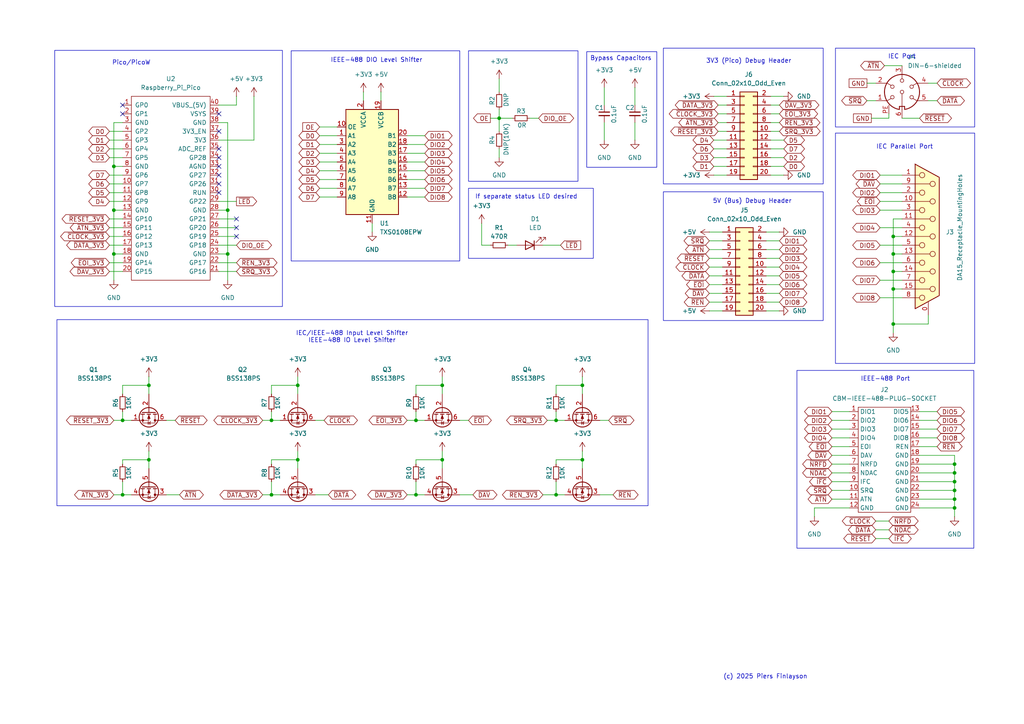
<source format=kicad_sch>
(kicad_sch (version 20231120) (generator "eeschema") (generator_version "8.0")
  (paper "A4")
  (lib_symbols
    (symbol "Connector:DA15_Receptacle_MountingHoles" (pin_names (offset 1.016) hide)
      (property "Reference" "J" (at 0 24.13 0))
      (property "Value" "DA15_Receptacle_MountingHoles" (at 0 22.225 0))
      (symbol "DA15_Receptacle_MountingHoles_1_1"
        (pin passive line (at 0 -22.86 90) (length 3.81) (name "PAD") (number "0"))
        (pin passive line (at -7.62 17.78 0) (length 3.81) (name "1") (number "1"))
        (pin passive line (at -7.62 10.16 0) (length 3.81) (name "P10") (number "10"))
        (pin passive line (at -7.62 5.08 0) (length 3.81) (name "P111") (number "11"))
        (pin passive line (at -7.62 0 0) (length 3.81) (name "P12") (number "12"))
        (pin passive line (at -7.62 -5.08 0) (length 3.81) (name "P13") (number "13"))
        (pin passive line (at -7.62 -10.16 0) (length 3.81) (name "P14") (number "14"))
        (pin passive line (at -7.62 -15.24 0) (length 3.81) (name "P15") (number "15"))
        (pin passive line (at -7.62 12.7 0) (length 3.81) (name "2") (number "2"))
        (pin passive line (at -7.62 7.62 0) (length 3.81) (name "3") (number "3"))
        (pin passive line (at -7.62 2.54 0) (length 3.81) (name "4") (number "4"))
        (pin passive line (at -7.62 -2.54 0) (length 3.81) (name "5") (number "5"))
        (pin passive line (at -7.62 -7.62 0) (length 3.81) (name "6") (number "6"))
        (pin passive line (at -7.62 -12.7 0) (length 3.81) (name "7") (number "7"))
        (pin passive line (at -7.62 -17.78 0) (length 3.81) (name "8") (number "8"))
        (pin passive line (at -7.62 15.24 0) (length 3.81) (name "P9") (number "9"))
      )
    )
    (symbol "Connector_Generic:Conn_02x10_Odd_Even" (pin_names (offset 1.016) hide)
      (property "Reference" "J" (at 1.27 12.7 0))
      (property "Value" "Conn_02x10_Odd_Even" (at 1.27 -15.24 0))
      (symbol "Conn_02x10_Odd_Even_1_1"
        (pin passive line (at -5.08 10.16 0) (length 3.81) (name "Pin_1") (number "1"))
        (pin passive line (at 7.62 0 180) (length 3.81) (name "Pin_10") (number "10"))
        (pin passive line (at -5.08 -2.54 0) (length 3.81) (name "Pin_11") (number "11"))
        (pin passive line (at 7.62 -2.54 180) (length 3.81) (name "Pin_12") (number "12"))
        (pin passive line (at -5.08 -5.08 0) (length 3.81) (name "Pin_13") (number "13"))
        (pin passive line (at 7.62 -5.08 180) (length 3.81) (name "Pin_14") (number "14"))
        (pin passive line (at -5.08 -7.62 0) (length 3.81) (name "Pin_15") (number "15"))
        (pin passive line (at 7.62 -7.62 180) (length 3.81) (name "Pin_16") (number "16"))
        (pin passive line (at -5.08 -10.16 0) (length 3.81) (name "Pin_17") (number "17"))
        (pin passive line (at 7.62 -10.16 180) (length 3.81) (name "Pin_18") (number "18"))
        (pin passive line (at -5.08 -12.7 0) (length 3.81) (name "Pin_19") (number "19"))
        (pin passive line (at 7.62 10.16 180) (length 3.81) (name "Pin_2") (number "2"))
        (pin passive line (at 7.62 -12.7 180) (length 3.81) (name "Pin_20") (number "20"))
        (pin passive line (at -5.08 7.62 0) (length 3.81) (name "Pin_3") (number "3"))
        (pin passive line (at 7.62 7.62 180) (length 3.81) (name "Pin_4") (number "4"))
        (pin passive line (at -5.08 5.08 0) (length 3.81) (name "Pin_5") (number "5"))
        (pin passive line (at 7.62 5.08 180) (length 3.81) (name "Pin_6") (number "6"))
        (pin passive line (at -5.08 2.54 0) (length 3.81) (name "Pin_7") (number "7"))
        (pin passive line (at 7.62 2.54 180) (length 3.81) (name "Pin_8") (number "8"))
        (pin passive line (at -5.08 0 0) (length 3.81) (name "Pin_9") (number "9"))
      )
    )
    (symbol "Device:C_Small" (pin_numbers hide) (pin_names (offset 0.254) hide)
      (property "Reference" "C" (at 0.254 1.778 0))
      (property "Value" "C_Small" (at 0.254 -2.032 0))
      (symbol "C_Small_1_1"
        (pin passive line (at 0 2.54 270) (length 2.032) (name "~") (number "1"))
        (pin passive line (at 0 -2.54 90) (length 2.032) (name "~") (number "2"))
      )
    )
    (symbol "Device:LED" (pin_numbers hide) (pin_names (offset 1.016) hide)
      (property "Reference" "D" (at 0 2.54 0))
      (property "Value" "LED" (at 0 -2.54 0))
      (symbol "LED_1_1"
        (pin passive line (at -3.81 0 0) (length 2.54) (name "K") (number "1"))
        (pin passive line (at 3.81 0 180) (length 2.54) (name "A") (number "2"))
      )
    )
    (symbol "Device:R_Small" (pin_numbers hide) (pin_names (offset 0.254) hide)
      (property "Reference" "R" (at 0.762 0.508 0))
      (property "Value" "R_Small" (at 0.762 -1.016 0))
      (symbol "R_Small_1_1"
        (pin passive line (at 0 2.54 270) (length 0.762) (name "~") (number "1"))
        (pin passive line (at 0 -2.54 90) (length 0.762) (name "~") (number "2"))
      )
    )
    (symbol "Logic_LevelTranslator:TXS0108EPW"
      (property "Reference" "U" (at -6.35 16.51 0))
      (property "Value" "TXS0108EPW" (at 3.81 16.51 0))
      (symbol "TXS0108EPW_1_1"
        (pin bidirectional line (at -10.16 7.62 0) (length 2.54) (name "A1") (number "1"))
        (pin input line (at -10.16 10.16 0) (length 2.54) (name "OE") (number "10"))
        (pin power_in line (at 0 -17.78 90) (length 2.54) (name "GND") (number "11"))
        (pin bidirectional line (at 10.16 -10.16 180) (length 2.54) (name "B8") (number "12"))
        (pin bidirectional line (at 10.16 -7.62 180) (length 2.54) (name "B7") (number "13"))
        (pin bidirectional line (at 10.16 -5.08 180) (length 2.54) (name "B6") (number "14"))
        (pin bidirectional line (at 10.16 -2.54 180) (length 2.54) (name "B5") (number "15"))
        (pin bidirectional line (at 10.16 0 180) (length 2.54) (name "B4") (number "16"))
        (pin bidirectional line (at 10.16 2.54 180) (length 2.54) (name "B3") (number "17"))
        (pin bidirectional line (at 10.16 5.08 180) (length 2.54) (name "B2") (number "18"))
        (pin power_in line (at 2.54 17.78 270) (length 2.54) (name "VCCB") (number "19"))
        (pin power_in line (at -2.54 17.78 270) (length 2.54) (name "VCCA") (number "2"))
        (pin bidirectional line (at 10.16 7.62 180) (length 2.54) (name "B1") (number "20"))
        (pin bidirectional line (at -10.16 5.08 0) (length 2.54) (name "A2") (number "3"))
        (pin bidirectional line (at -10.16 2.54 0) (length 2.54) (name "A3") (number "4"))
        (pin bidirectional line (at -10.16 0 0) (length 2.54) (name "A4") (number "5"))
        (pin bidirectional line (at -10.16 -2.54 0) (length 2.54) (name "A5") (number "6"))
        (pin bidirectional line (at -10.16 -5.08 0) (length 2.54) (name "A6") (number "7"))
        (pin bidirectional line (at -10.16 -7.62 0) (length 2.54) (name "A7") (number "8"))
        (pin bidirectional line (at -10.16 -10.16 0) (length 2.54) (name "A8") (number "9"))
      )
    )
    (symbol "piers_old:BSS138PS" (pin_names (offset 0) hide)
      (property "Reference" "Q" (at 1.778 20.066 0))
      (property "Value" "BSS138PS" (at -2.54 17.78 0))
      (symbol "BSS138PS_1_1"
        (pin passive line (at -5.08 -5.08 90) (length 2.54) (name "S1") (number "1"))
        (pin input line (at -12.7 0 0) (length 5.334) (name "G1") (number "2"))
        (pin passive line (at 16.51 5.08 270) (length 2.54) (name "D2") (number "3"))
        (pin passive line (at 16.51 -5.08 90) (length 2.54) (name "S2") (number "4"))
        (pin input line (at 8.89 0 0) (length 5.334) (name "G2") (number "5"))
        (pin passive line (at -5.08 5.08 270) (length 2.54) (name "D1") (number "6"))
      )
    )
    (symbol "piers_old:Raspberry_Pi_Pico" (pin_names (offset 1.016))
      (property "Reference" "U" (at 0 27.94 0))
      (property "Value" "Raspberry_Pi_Pico" (at 0 -27.94 0))
      (symbol "Raspberry_Pi_Pico_1_1"
        (pin bidirectional line (at -13.97 24.13 0) (length 2.54) (name "GP0") (number "1"))
        (pin bidirectional line (at -13.97 1.27 0) (length 2.54) (name "GP7") (number "10"))
        (pin bidirectional line (at -13.97 -1.27 0) (length 2.54) (name "GP8") (number "11"))
        (pin bidirectional line (at -13.97 -3.81 0) (length 2.54) (name "GP9") (number "12"))
        (pin power_out line (at -13.97 -6.35 0) (length 2.54) (name "GND") (number "13"))
        (pin bidirectional line (at -13.97 -8.89 0) (length 2.54) (name "GP10") (number "14"))
        (pin bidirectional line (at -13.97 -11.43 0) (length 2.54) (name "GP11") (number "15"))
        (pin bidirectional line (at -13.97 -13.97 0) (length 2.54) (name "GP12") (number "16"))
        (pin bidirectional line (at -13.97 -16.51 0) (length 2.54) (name "GP13") (number "17"))
        (pin power_out line (at -13.97 -19.05 0) (length 2.54) (name "GND") (number "18"))
        (pin bidirectional line (at -13.97 -21.59 0) (length 2.54) (name "GP14") (number "19"))
        (pin bidirectional line (at -13.97 21.59 0) (length 2.54) (name "GP1") (number "2"))
        (pin bidirectional line (at -13.97 -24.13 0) (length 2.54) (name "GP15") (number "20"))
        (pin bidirectional line (at 13.97 -24.13 180) (length 2.54) (name "GP16") (number "21"))
        (pin bidirectional line (at 13.97 -21.59 180) (length 2.54) (name "GP17") (number "22"))
        (pin power_out line (at 13.97 -19.05 180) (length 2.54) (name "GND") (number "23"))
        (pin bidirectional line (at 13.97 -16.51 180) (length 2.54) (name "GP18") (number "24"))
        (pin bidirectional line (at 13.97 -13.97 180) (length 2.54) (name "GP19") (number "25"))
        (pin bidirectional line (at 13.97 -11.43 180) (length 2.54) (name "GP20") (number "26"))
        (pin bidirectional line (at 13.97 -8.89 180) (length 2.54) (name "GP21") (number "27"))
        (pin power_out line (at 13.97 -6.35 180) (length 2.54) (name "GND") (number "28"))
        (pin bidirectional line (at 13.97 -3.81 180) (length 2.54) (name "GP22") (number "29"))
        (pin power_out line (at -13.97 19.05 0) (length 2.54) (name "GND") (number "3"))
        (pin input line (at 13.97 -1.27 180) (length 2.54) (name "RUN") (number "30"))
        (pin bidirectional line (at 13.97 1.27 180) (length 2.54) (name "GP26") (number "31"))
        (pin bidirectional line (at 13.97 3.81 180) (length 2.54) (name "GP27") (number "32"))
        (pin power_out line (at 13.97 6.35 180) (length 2.54) (name "AGND") (number "33"))
        (pin bidirectional line (at 13.97 8.89 180) (length 2.54) (name "GP28") (number "34"))
        (pin bidirectional line (at 13.97 11.43 180) (length 2.54) (name "ADC_REF") (number "35"))
        (pin power_out line (at 13.97 13.97 180) (length 2.54) (name "3V3") (number "36"))
        (pin input line (at 13.97 16.51 180) (length 2.54) (name "3V3_EN") (number "37"))
        (pin power_out line (at 13.97 19.05 180) (length 2.54) (name "GND") (number "38"))
        (pin power_in line (at 13.97 21.59 180) (length 2.54) (name "VSYS") (number "39"))
        (pin bidirectional line (at -13.97 16.51 0) (length 2.54) (name "GP2") (number "4"))
        (pin power_out line (at 13.97 24.13 180) (length 2.54) (name "VBUS_(5V)") (number "40"))
        (pin bidirectional line (at -13.97 13.97 0) (length 2.54) (name "GP3") (number "5"))
        (pin bidirectional line (at -13.97 11.43 0) (length 2.54) (name "GP4") (number "6"))
        (pin bidirectional line (at -13.97 8.89 0) (length 2.54) (name "GP5") (number "7"))
        (pin power_out line (at -13.97 6.35 0) (length 2.54) (name "GND") (number "8"))
        (pin bidirectional line (at -13.97 3.81 0) (length 2.54) (name "GP6") (number "9"))
      )
    )
    (symbol "piers_retro:DIN-6-shielded" (pin_names (offset 1.016))
      (property "Reference" "J" (at 3.175 5.715 0))
      (property "Value" "DIN-6-shielded" (at 4.445 -4.445 0))
      (symbol "DIN-6-shielded_1_1"
        (pin passive line (at -7.62 -2.54 0) (length 2.54) (name "~") (number "1"))
        (pin passive line (at -7.62 2.54 0) (length 2.54) (name "~") (number "2"))
        (pin passive line (at 0 7.62 270) (length 2.54) (name "~") (number "3"))
        (pin passive line (at 7.62 2.54 180) (length 2.54) (name "~") (number "4"))
        (pin passive line (at 7.62 -2.54 180) (length 2.54) (name "~") (number "5"))
        (pin passive line (at 0 -7.62 90) (length 2.54) (name "~") (number "6"))
        (pin passive line (at -3.81 -6.35 90) (length 2.54) (name "") (number "PE"))
      )
    )
    (symbol "piers_retro:ieee-488-plug_socket"
      (property "Reference" "J" (at 0 16.51 0))
      (property "Value" "CBM-IEEE-488-PLUG-SOCKET" (at 0 -16.764 0))
      (symbol "ieee-488-plug_socket_1_1"
        (pin tri_state line (at -10.16 13.97 0) (length 2.54) (name "DIO1") (number "1"))
        (pin tri_state line (at -10.16 -8.89 0) (length 2.54) (name "SRQ") (number "10"))
        (pin tri_state line (at -10.16 -11.43 0) (length 2.54) (name "ATN") (number "11"))
        (pin power_in line (at -10.16 -13.97 0) (length 2.54) (name "GND") (number "12"))
        (pin tri_state line (at 10.16 13.97 180) (length 2.54) (name "DIO5") (number "13"))
        (pin tri_state line (at 10.16 11.43 180) (length 2.54) (name "DIO6") (number "14"))
        (pin tri_state line (at 10.16 8.89 180) (length 2.54) (name "DIO7") (number "15"))
        (pin tri_state line (at 10.16 6.35 180) (length 2.54) (name "DIO8") (number "16"))
        (pin tri_state line (at 10.16 3.81 180) (length 2.54) (name "REN") (number "17"))
        (pin power_in line (at 10.16 1.27 180) (length 2.54) (name "GND") (number "18"))
        (pin power_in line (at 10.16 -1.27 180) (length 2.54) (name "GND") (number "19"))
        (pin tri_state line (at -10.16 11.43 0) (length 2.54) (name "DIO2") (number "2"))
        (pin power_in line (at 10.16 -3.81 180) (length 2.54) (name "GND") (number "20"))
        (pin power_in line (at 10.16 -6.35 180) (length 2.54) (name "GND") (number "21"))
        (pin power_in line (at 10.16 -8.89 180) (length 2.54) (name "GND") (number "22"))
        (pin power_in line (at 10.16 -11.43 180) (length 2.54) (name "GND") (number "23"))
        (pin power_in line (at 10.16 -13.97 180) (length 2.54) (name "GND") (number "24"))
        (pin tri_state line (at -10.16 8.89 0) (length 2.54) (name "DIO3") (number "3"))
        (pin tri_state line (at -10.16 6.35 0) (length 2.54) (name "DIO4") (number "4"))
        (pin tri_state line (at -10.16 3.81 0) (length 2.54) (name "EOI") (number "5"))
        (pin tri_state line (at -10.16 1.27 0) (length 2.54) (name "DAV") (number "6"))
        (pin tri_state line (at -10.16 -1.27 0) (length 2.54) (name "NRFD") (number "7"))
        (pin tri_state line (at -10.16 -3.81 0) (length 2.54) (name "NDAC") (number "8"))
        (pin tri_state line (at -10.16 -6.35 0) (length 2.54) (name "IFC") (number "9"))
      )
    )
    (symbol "power:+3V3" (power) (pin_numbers hide) (pin_names (offset 0) hide)
      (property "Value" "+3V3" (at 0 3.556 0))
      (symbol "+3V3_1_1"
        (pin power_in line (at 0 0 90) (length 0) (name "~") (number "1"))
      )
    )
    (symbol "power:+5V" (power) (pin_numbers hide) (pin_names (offset 0) hide)
      (property "Value" "+5V" (at 0 3.556 0))
      (symbol "+5V_1_1"
        (pin power_in line (at 0 0 90) (length 0) (name "~") (number "1"))
      )
    )
    (symbol "power:GND" (power) (pin_numbers hide) (pin_names (offset 0) hide)
      (property "Value" "GND" (at 0 -3.81 0))
      (symbol "GND_1_1"
        (pin power_in line (at 0 0 270) (length 0) (name "~") (number "1"))
      )
    )
  )
  (junction (at 276.86 144.78))
  (junction (at 276.86 139.7))
  (junction (at 78.74 143.51))
  (junction (at 35.56 143.51))
  (junction (at 161.29 143.51))
  (junction (at 43.18 111.76))
  (junction (at 120.65 121.92))
  (junction (at 33.02 48.26))
  (junction (at 86.36 111.76))
  (junction (at 128.27 133.35))
  (junction (at 86.36 133.35))
  (junction (at 276.86 137.16))
  (junction (at 144.78 34.29))
  (junction (at 259.08 68.58))
  (junction (at 78.74 121.92))
  (junction (at 33.02 73.66))
  (junction (at 43.18 133.35))
  (junction (at 33.02 60.96))
  (junction (at 276.86 142.24))
  (junction (at 259.08 83.82))
  (junction (at 66.04 73.66))
  (junction (at 276.86 147.32))
  (junction (at 168.91 133.35))
  (junction (at 161.29 121.92))
  (junction (at 168.91 111.76))
  (junction (at 66.04 60.96))
  (junction (at 120.65 143.51))
  (junction (at 259.08 78.74))
  (junction (at 128.27 111.76))
  (junction (at 35.56 121.92))
  (junction (at 276.86 134.62))
  (junction (at 259.08 73.66))
  (junction (at 259.08 93.98))
  (no_connect (at 63.5 38.1))
  (no_connect (at 68.58 66.04))
  (no_connect (at 63.5 55.88))
  (no_connect (at 63.5 50.8))
  (no_connect (at 68.58 63.5))
  (no_connect (at 35.56 30.48))
  (no_connect (at 63.5 53.34))
  (no_connect (at 63.5 43.18))
  (no_connect (at 63.5 48.26))
  (no_connect (at 35.56 33.02))
  (no_connect (at 63.5 33.02))
  (no_connect (at 63.5 45.72))
  (no_connect (at 68.58 68.58))
  (wire (pts (xy 73.66 40.64) (xy 73.66 27.94)))
  (wire (pts (xy 31.75 68.58) (xy 35.56 68.58)))
  (wire (pts (xy 33.02 73.66) (xy 33.02 60.96)))
  (wire (pts (xy 205.74 87.63) (xy 209.55 87.63)))
  (wire (pts (xy 168.91 130.81) (xy 168.91 133.35)))
  (wire (pts (xy 223.52 43.18) (xy 227.33 43.18)))
  (wire (pts (xy 76.2 143.51) (xy 78.74 143.51)))
  (wire (pts (xy 184.15 35.56) (xy 184.15 40.64)))
  (wire (pts (xy 86.36 133.35) (xy 86.36 135.89)))
  (wire (pts (xy 66.04 60.96) (xy 66.04 35.56)))
  (wire (pts (xy 31.75 63.5) (xy 35.56 63.5)))
  (wire (pts (xy 254 153.67) (xy 257.81 153.67)))
  (wire (pts (xy 63.5 66.04) (xy 68.58 66.04)))
  (wire (pts (xy 33.02 81.28) (xy 33.02 73.66)))
  (wire (pts (xy 35.56 119.38) (xy 35.56 121.92)))
  (wire (pts (xy 236.22 147.32) (xy 246.38 147.32)))
  (wire (pts (xy 86.36 130.81) (xy 86.36 133.35)))
  (wire (pts (xy 31.75 71.12) (xy 35.56 71.12)))
  (wire (pts (xy 120.65 133.35) (xy 128.27 133.35)))
  (wire (pts (xy 205.74 69.85) (xy 209.55 69.85)))
  (wire (pts (xy 223.52 40.64) (xy 227.33 40.64)))
  (wire (pts (xy 118.11 57.15) (xy 123.19 57.15)))
  (wire (pts (xy 259.08 73.66) (xy 259.08 78.74)))
  (wire (pts (xy 222.25 80.01) (xy 226.06 80.01)))
  (wire (pts (xy 31.75 66.04) (xy 35.56 66.04)))
  (wire (pts (xy 266.7 127) (xy 271.78 127)))
  (wire (pts (xy 35.56 143.51) (xy 38.1 143.51)))
  (wire (pts (xy 110.49 26.67) (xy 110.49 29.21)))
  (wire (pts (xy 223.52 45.72) (xy 227.33 45.72)))
  (wire (pts (xy 35.56 133.35) (xy 43.18 133.35)))
  (wire (pts (xy 86.36 111.76) (xy 86.36 114.3)))
  (wire (pts (xy 255.27 55.88) (xy 261.62 55.88)))
  (wire (pts (xy 222.25 87.63) (xy 226.06 87.63)))
  (wire (pts (xy 35.56 134.62) (xy 35.56 133.35)))
  (wire (pts (xy 259.08 68.58) (xy 259.08 73.66)))
  (wire (pts (xy 276.86 139.7) (xy 276.86 137.16)))
  (wire (pts (xy 254 156.21) (xy 257.81 156.21)))
  (wire (pts (xy 139.7 64.77) (xy 139.7 71.12)))
  (wire (pts (xy 43.18 111.76) (xy 43.18 114.3)))
  (wire (pts (xy 63.5 58.42) (xy 68.58 58.42)))
  (wire (pts (xy 161.29 111.76) (xy 168.91 111.76)))
  (wire (pts (xy 207.01 45.72) (xy 210.82 45.72)))
  (wire (pts (xy 35.56 139.7) (xy 35.56 143.51)))
  (wire (pts (xy 78.74 134.62) (xy 78.74 133.35)))
  (wire (pts (xy 76.2 121.92) (xy 78.74 121.92)))
  (wire (pts (xy 161.29 134.62) (xy 161.29 133.35)))
  (wire (pts (xy 92.71 36.83) (xy 97.79 36.83)))
  (wire (pts (xy 266.7 121.92) (xy 271.78 121.92)))
  (wire (pts (xy 173.99 143.51) (xy 177.8 143.51)))
  (wire (pts (xy 241.3 129.54) (xy 246.38 129.54)))
  (wire (pts (xy 91.44 121.92) (xy 93.98 121.92)))
  (wire (pts (xy 222.25 82.55) (xy 226.06 82.55)))
  (wire (pts (xy 48.26 121.92) (xy 50.8 121.92)))
  (wire (pts (xy 92.71 52.07) (xy 97.79 52.07)))
  (wire (pts (xy 226.06 30.48) (xy 223.52 30.48)))
  (wire (pts (xy 205.74 82.55) (xy 209.55 82.55)))
  (wire (pts (xy 33.02 73.66) (xy 35.56 73.66)))
  (wire (pts (xy 255.27 60.96) (xy 261.62 60.96)))
  (wire (pts (xy 222.25 69.85) (xy 226.06 69.85)))
  (wire (pts (xy 241.3 137.16) (xy 246.38 137.16)))
  (wire (pts (xy 276.86 144.78) (xy 276.86 147.32)))
  (wire (pts (xy 205.74 74.93) (xy 209.55 74.93)))
  (wire (pts (xy 222.25 74.93) (xy 226.06 74.93)))
  (wire (pts (xy 222.25 85.09) (xy 226.06 85.09)))
  (wire (pts (xy 33.02 48.26) (xy 35.56 48.26)))
  (wire (pts (xy 92.71 41.91) (xy 97.79 41.91)))
  (wire (pts (xy 120.65 119.38) (xy 120.65 121.92)))
  (wire (pts (xy 173.99 121.92) (xy 176.53 121.92)))
  (wire (pts (xy 222.25 67.31) (xy 226.06 67.31)))
  (wire (pts (xy 118.11 41.91) (xy 123.19 41.91)))
  (wire (pts (xy 147.32 71.12) (xy 149.86 71.12)))
  (wire (pts (xy 259.08 68.58) (xy 261.62 68.58)))
  (wire (pts (xy 92.71 39.37) (xy 97.79 39.37)))
  (wire (pts (xy 276.86 147.32) (xy 276.86 149.86)))
  (wire (pts (xy 33.02 60.96) (xy 33.02 48.26)))
  (wire (pts (xy 241.3 127) (xy 246.38 127)))
  (wire (pts (xy 118.11 54.61) (xy 123.19 54.61)))
  (wire (pts (xy 33.02 48.26) (xy 33.02 35.56)))
  (wire (pts (xy 266.7 137.16) (xy 276.86 137.16)))
  (wire (pts (xy 255.27 71.12) (xy 261.62 71.12)))
  (wire (pts (xy 43.18 130.81) (xy 43.18 133.35)))
  (wire (pts (xy 118.11 143.51) (xy 120.65 143.51)))
  (wire (pts (xy 222.25 72.39) (xy 226.06 72.39)))
  (wire (pts (xy 31.75 40.64) (xy 35.56 40.64)))
  (wire (pts (xy 35.56 121.92) (xy 38.1 121.92)))
  (wire (pts (xy 31.75 78.74) (xy 35.56 78.74)))
  (wire (pts (xy 161.29 114.3) (xy 161.29 111.76)))
  (wire (pts (xy 105.41 26.67) (xy 105.41 29.21)))
  (wire (pts (xy 78.74 121.92) (xy 81.28 121.92)))
  (wire (pts (xy 205.74 90.17) (xy 209.55 90.17)))
  (wire (pts (xy 33.02 143.51) (xy 35.56 143.51)))
  (wire (pts (xy 255.27 76.2) (xy 261.62 76.2)))
  (wire (pts (xy 92.71 44.45) (xy 97.79 44.45)))
  (wire (pts (xy 222.25 90.17) (xy 226.06 90.17)))
  (wire (pts (xy 255.27 81.28) (xy 261.62 81.28)))
  (wire (pts (xy 254 151.13) (xy 257.81 151.13)))
  (wire (pts (xy 161.29 119.38) (xy 161.29 121.92)))
  (wire (pts (xy 259.08 63.5) (xy 259.08 68.58)))
  (wire (pts (xy 205.74 85.09) (xy 209.55 85.09)))
  (wire (pts (xy 208.28 35.56) (xy 210.82 35.56)))
  (wire (pts (xy 31.75 43.18) (xy 35.56 43.18)))
  (wire (pts (xy 276.86 132.08) (xy 266.7 132.08)))
  (wire (pts (xy 208.28 33.02) (xy 210.82 33.02)))
  (wire (pts (xy 78.74 119.38) (xy 78.74 121.92)))
  (wire (pts (xy 118.11 46.99) (xy 123.19 46.99)))
  (wire (pts (xy 241.3 121.92) (xy 246.38 121.92)))
  (wire (pts (xy 31.75 50.8) (xy 35.56 50.8)))
  (wire (pts (xy 142.24 34.29) (xy 144.78 34.29)))
  (wire (pts (xy 205.74 77.47) (xy 209.55 77.47)))
  (wire (pts (xy 63.5 68.58) (xy 68.58 68.58)))
  (wire (pts (xy 255.27 58.42) (xy 261.62 58.42)))
  (wire (pts (xy 31.75 45.72) (xy 35.56 45.72)))
  (wire (pts (xy 43.18 133.35) (xy 43.18 135.89)))
  (wire (pts (xy 269.24 24.13) (xy 271.78 24.13)))
  (wire (pts (xy 120.65 134.62) (xy 120.65 133.35)))
  (wire (pts (xy 223.52 50.8) (xy 227.33 50.8)))
  (wire (pts (xy 120.65 143.51) (xy 123.19 143.51)))
  (wire (pts (xy 241.3 144.78) (xy 246.38 144.78)))
  (wire (pts (xy 266.7 142.24) (xy 276.86 142.24)))
  (wire (pts (xy 226.06 35.56) (xy 223.52 35.56)))
  (wire (pts (xy 223.52 48.26) (xy 227.33 48.26)))
  (wire (pts (xy 33.02 60.96) (xy 35.56 60.96)))
  (wire (pts (xy 139.7 71.12) (xy 142.24 71.12)))
  (wire (pts (xy 222.25 77.47) (xy 226.06 77.47)))
  (wire (pts (xy 266.7 134.62) (xy 276.86 134.62)))
  (wire (pts (xy 255.27 53.34) (xy 261.62 53.34)))
  (wire (pts (xy 208.28 30.48) (xy 210.82 30.48)))
  (wire (pts (xy 63.5 40.64) (xy 73.66 40.64)))
  (wire (pts (xy 31.75 38.1) (xy 35.56 38.1)))
  (wire (pts (xy 266.7 34.29) (xy 261.62 34.29)))
  (wire (pts (xy 223.52 27.94) (xy 227.33 27.94)))
  (wire (pts (xy 161.29 139.7) (xy 161.29 143.51)))
  (wire (pts (xy 78.74 133.35) (xy 86.36 133.35)))
  (wire (pts (xy 266.7 119.38) (xy 271.78 119.38)))
  (wire (pts (xy 251.46 24.13) (xy 254 24.13)))
  (wire (pts (xy 256.54 19.05) (xy 261.62 19.05)))
  (wire (pts (xy 144.78 34.29) (xy 148.59 34.29)))
  (wire (pts (xy 63.5 78.74) (xy 68.58 78.74)))
  (wire (pts (xy 207.01 48.26) (xy 210.82 48.26)))
  (wire (pts (xy 31.75 53.34) (xy 35.56 53.34)))
  (wire (pts (xy 266.7 144.78) (xy 276.86 144.78)))
  (wire (pts (xy 157.48 71.12) (xy 162.56 71.12)))
  (wire (pts (xy 241.3 139.7) (xy 246.38 139.7)))
  (wire (pts (xy 158.75 121.92) (xy 161.29 121.92)))
  (wire (pts (xy 168.91 111.76) (xy 168.91 109.22)))
  (wire (pts (xy 66.04 35.56) (xy 63.5 35.56)))
  (wire (pts (xy 241.3 124.46) (xy 246.38 124.46)))
  (wire (pts (xy 205.74 80.01) (xy 209.55 80.01)))
  (wire (pts (xy 120.65 114.3) (xy 120.65 111.76)))
  (wire (pts (xy 276.86 134.62) (xy 276.86 132.08)))
  (wire (pts (xy 86.36 111.76) (xy 86.36 109.22)))
  (wire (pts (xy 266.7 124.46) (xy 271.78 124.46)))
  (wire (pts (xy 92.71 57.15) (xy 97.79 57.15)))
  (wire (pts (xy 168.91 111.76) (xy 168.91 114.3)))
  (wire (pts (xy 259.08 83.82) (xy 261.62 83.82)))
  (wire (pts (xy 257.81 34.29) (xy 257.81 33.02)))
  (wire (pts (xy 236.22 149.86) (xy 236.22 147.32)))
  (wire (pts (xy 252.73 34.29) (xy 257.81 34.29)))
  (wire (pts (xy 120.65 139.7) (xy 120.65 143.51)))
  (wire (pts (xy 78.74 111.76) (xy 86.36 111.76)))
  (wire (pts (xy 92.71 49.53) (xy 97.79 49.53)))
  (wire (pts (xy 168.91 133.35) (xy 168.91 135.89)))
  (wire (pts (xy 66.04 60.96) (xy 63.5 60.96)))
  (wire (pts (xy 33.02 35.56) (xy 35.56 35.56)))
  (wire (pts (xy 66.04 73.66) (xy 66.04 60.96)))
  (wire (pts (xy 226.06 38.1) (xy 223.52 38.1)))
  (wire (pts (xy 78.74 139.7) (xy 78.74 143.51)))
  (wire (pts (xy 259.08 78.74) (xy 261.62 78.74)))
  (wire (pts (xy 91.44 143.51) (xy 95.25 143.51)))
  (wire (pts (xy 266.7 129.54) (xy 271.78 129.54)))
  (wire (pts (xy 276.86 137.16) (xy 276.86 134.62)))
  (wire (pts (xy 107.95 64.77) (xy 107.95 67.31)))
  (wire (pts (xy 63.5 71.12) (xy 68.58 71.12)))
  (wire (pts (xy 66.04 73.66) (xy 63.5 73.66)))
  (wire (pts (xy 259.08 83.82) (xy 259.08 78.74)))
  (wire (pts (xy 118.11 44.45) (xy 123.19 44.45)))
  (wire (pts (xy 207.01 40.64) (xy 210.82 40.64)))
  (wire (pts (xy 63.5 63.5) (xy 68.58 63.5)))
  (wire (pts (xy 128.27 133.35) (xy 128.27 135.89)))
  (wire (pts (xy 43.18 111.76) (xy 43.18 109.22)))
  (wire (pts (xy 118.11 121.92) (xy 120.65 121.92)))
  (wire (pts (xy 259.08 93.98) (xy 269.24 93.98)))
  (wire (pts (xy 31.75 58.42) (xy 35.56 58.42)))
  (wire (pts (xy 255.27 50.8) (xy 261.62 50.8)))
  (wire (pts (xy 31.75 76.2) (xy 35.56 76.2)))
  (wire (pts (xy 241.3 132.08) (xy 246.38 132.08)))
  (wire (pts (xy 226.06 33.02) (xy 223.52 33.02)))
  (wire (pts (xy 205.74 67.31) (xy 209.55 67.31)))
  (wire (pts (xy 255.27 66.04) (xy 261.62 66.04)))
  (wire (pts (xy 33.02 121.92) (xy 35.56 121.92)))
  (wire (pts (xy 128.27 111.76) (xy 128.27 109.22)))
  (wire (pts (xy 78.74 143.51) (xy 81.28 143.51)))
  (wire (pts (xy 157.48 143.51) (xy 161.29 143.51)))
  (wire (pts (xy 241.3 142.24) (xy 246.38 142.24)))
  (wire (pts (xy 207.01 43.18) (xy 210.82 43.18)))
  (wire (pts (xy 118.11 39.37) (xy 123.19 39.37)))
  (wire (pts (xy 266.7 147.32) (xy 276.86 147.32)))
  (wire (pts (xy 92.71 46.99) (xy 97.79 46.99)))
  (wire (pts (xy 144.78 43.18) (xy 144.78 45.72)))
  (wire (pts (xy 63.5 30.48) (xy 68.58 30.48)))
  (wire (pts (xy 269.24 93.98) (xy 269.24 91.44)))
  (wire (pts (xy 133.35 143.51) (xy 137.16 143.51)))
  (wire (pts (xy 205.74 72.39) (xy 209.55 72.39)))
  (wire (pts (xy 35.56 111.76) (xy 43.18 111.76)))
  (wire (pts (xy 120.65 111.76) (xy 128.27 111.76)))
  (wire (pts (xy 133.35 121.92) (xy 135.89 121.92)))
  (wire (pts (xy 266.7 139.7) (xy 276.86 139.7)))
  (wire (pts (xy 241.3 134.62) (xy 246.38 134.62)))
  (wire (pts (xy 241.3 119.38) (xy 246.38 119.38)))
  (wire (pts (xy 251.46 29.21) (xy 254 29.21)))
  (wire (pts (xy 35.56 114.3) (xy 35.56 111.76)))
  (wire (pts (xy 128.27 130.81) (xy 128.27 133.35)))
  (wire (pts (xy 269.24 29.21) (xy 271.78 29.21)))
  (wire (pts (xy 144.78 22.86) (xy 144.78 26.67)))
  (wire (pts (xy 118.11 52.07) (xy 123.19 52.07)))
  (wire (pts (xy 207.01 27.94) (xy 210.82 27.94)))
  (wire (pts (xy 259.08 93.98) (xy 259.08 83.82)))
  (wire (pts (xy 161.29 133.35) (xy 168.91 133.35)))
  (wire (pts (xy 118.11 49.53) (xy 123.19 49.53)))
  (wire (pts (xy 144.78 34.29) (xy 144.78 31.75)))
  (wire (pts (xy 261.62 63.5) (xy 259.08 63.5)))
  (wire (pts (xy 175.26 35.56) (xy 175.26 40.64)))
  (wire (pts (xy 153.67 34.29) (xy 156.21 34.29)))
  (wire (pts (xy 207.01 50.8) (xy 210.82 50.8)))
  (wire (pts (xy 128.27 111.76) (xy 128.27 114.3)))
  (wire (pts (xy 276.86 144.78) (xy 276.86 142.24)))
  (wire (pts (xy 63.5 76.2) (xy 68.58 76.2)))
  (wire (pts (xy 120.65 121.92) (xy 123.19 121.92)))
  (wire (pts (xy 208.28 38.1) (xy 210.82 38.1)))
  (wire (pts (xy 68.58 30.48) (xy 68.58 27.94)))
  (wire (pts (xy 78.74 114.3) (xy 78.74 111.76)))
  (wire (pts (xy 144.78 34.29) (xy 144.78 38.1)))
  (wire (pts (xy 276.86 142.24) (xy 276.86 139.7)))
  (wire (pts (xy 31.75 55.88) (xy 35.56 55.88)))
  (wire (pts (xy 48.26 143.51) (xy 52.07 143.51)))
  (wire (pts (xy 161.29 121.92) (xy 163.83 121.92)))
  (wire (pts (xy 259.08 73.66) (xy 261.62 73.66)))
  (wire (pts (xy 184.15 25.4) (xy 184.15 30.48)))
  (wire (pts (xy 255.27 86.36) (xy 261.62 86.36)))
  (wire (pts (xy 259.08 96.52) (xy 259.08 93.98)))
  (wire (pts (xy 92.71 54.61) (xy 97.79 54.61)))
  (wire (pts (xy 161.29 143.51) (xy 163.83 143.51)))
  (wire (pts (xy 175.26 25.4) (xy 175.26 30.48)))
  (wire (pts (xy 66.04 81.28) (xy 66.04 73.66)))
  (rectangle (start 192.405 13.97) (end 238.76 53.34))
  (rectangle (start 84.455 14.732) (end 133.35 75.692))
  (rectangle (start 231.14 107.442) (end 282.448 159.004))
  (rectangle (start 135.89 54.61) (end 172.085 74.93))
  (rectangle (start 170.18 14.986) (end 190.5 48.514))
  (rectangle (start 192.405 55.626) (end 238.76 92.964))
  (rectangle (start 242.316 13.97) (end 282.702 36.83))
  (rectangle (start 16.51 92.71) (end 187.96 146.685))
  (rectangle (start 242.316 38.608) (end 282.702 105.41))
  (rectangle (start 135.89 14.732) (end 167.64 52.578))
  (rectangle (start 15.875 14.605) (end 81.915 88.9))
  (text "IEC Parallel Port" (at 262.382 42.672 0) (effects (font (size 1.27 1.27))))
  (text "If separate status LED desired" (at 152.654 57.15 0) (effects (font (size 1.27 1.27))))
  (text "(c) 2025 Piers Finlayson" (at 221.996 196.342 0) (effects (font (size 1.27 1.27))))
  (text "IEC Port" (at 261.62 16.51 0) (effects (font (size 1.27 1.27))))
  (text "3V3 (Pico) Debug Header" (at 217.17 17.78 0) (effects (font (size 1.27 1.27))))
  (text "Pico/PicoW" (at 38.1 18.288 0) (effects (font (size 1.27 1.27))))
  (text "IEEE-488 DIO Level Shifter" (at 109.22 17.526 0) (effects (font (size 1.27 1.27))))
  (text "5V (Bus) Debug Header\n" (at 218.186 58.42 0) (effects (font (size 1.27 1.27))))
  (text "IEC/IEEE-488 Input Level Shifter\nIEEE-488 IO Level Shifter" (at 102.108 97.79 0) (effects (font (size 1.27 1.27))))
  (text "Bypass Capacitors" (at 180.086 17.018 0) (effects (font (size 1.27 1.27))))
  (text "IEEE-488 Port" (at 256.794 109.982 0) (effects (font (size 1.27 1.27))))
  (global_label "D3" (shape bidirectional) (at 207.01 45.72 180) (property "Intersheetrefs" "${INTERSHEET_REFS}" (effects (hide yes))))
  (global_label "DIO4" (shape bidirectional) (at 226.06 77.47 0) (property "Intersheetrefs" "${INTERSHEET_REFS}" (effects (hide yes))))
  (global_label "D7" (shape bidirectional) (at 92.71 57.15 180) (property "Intersheetrefs" "${INTERSHEET_REFS}" (effects (hide yes))))
  (global_label "DIO6" (shape bidirectional) (at 271.78 121.92 0) (property "Intersheetrefs" "${INTERSHEET_REFS}" (effects (hide yes))))
  (global_label "~{NDAC}" (shape bidirectional) (at 241.3 137.16 180) (property "Intersheetrefs" "${INTERSHEET_REFS}" (effects (hide yes))))
  (global_label "DIO1" (shape bidirectional) (at 123.19 39.37 0) (property "Intersheetrefs" "${INTERSHEET_REFS}" (effects (hide yes))))
  (global_label "~{CLOCK}" (shape bidirectional) (at 93.98 121.92 0) (property "Intersheetrefs" "${INTERSHEET_REFS}" (effects (hide yes))))
  (global_label "~{IFC}" (shape bidirectional) (at 257.81 156.21 0) (property "Intersheetrefs" "${INTERSHEET_REFS}" (effects (hide yes))))
  (global_label "~{DAV_3V3}" (shape bidirectional) (at 226.06 30.48 0) (property "Intersheetrefs" "${INTERSHEET_REFS}" (effects (hide yes))))
  (global_label "~{ATN_3V3}" (shape bidirectional) (at 33.02 143.51 180) (property "Intersheetrefs" "${INTERSHEET_REFS}" (effects (hide yes))))
  (global_label "~{EOI}" (shape bidirectional) (at 205.74 82.55 180) (property "Intersheetrefs" "${INTERSHEET_REFS}" (effects (hide yes))))
  (global_label "~{RESET_3V3}" (shape bidirectional) (at 208.28 38.1 180) (property "Intersheetrefs" "${INTERSHEET_REFS}" (effects (hide yes))))
  (global_label "DIO1" (shape bidirectional) (at 255.27 50.8 180) (property "Intersheetrefs" "${INTERSHEET_REFS}" (effects (hide yes))))
  (global_label "~{CLOCK_3V3}" (shape bidirectional) (at 31.75 68.58 180) (property "Intersheetrefs" "${INTERSHEET_REFS}" (effects (hide yes))))
  (global_label "~{ATN_3V3}" (shape bidirectional) (at 208.28 35.56 180) (property "Intersheetrefs" "${INTERSHEET_REFS}" (effects (hide yes))))
  (global_label "~{SRQ}" (shape bidirectional) (at 176.53 121.92 0) (property "Intersheetrefs" "${INTERSHEET_REFS}" (effects (hide yes))))
  (global_label "DIO2" (shape bidirectional) (at 226.06 72.39 0) (property "Intersheetrefs" "${INTERSHEET_REFS}" (effects (hide yes))))
  (global_label "~{DATA}" (shape bidirectional) (at 205.74 80.01 180) (property "Intersheetrefs" "${INTERSHEET_REFS}" (effects (hide yes))))
  (global_label "D0" (shape bidirectional) (at 227.33 48.26 0) (property "Intersheetrefs" "${INTERSHEET_REFS}" (effects (hide yes))))
  (global_label "~{DAV}" (shape bidirectional) (at 241.3 132.08 180) (property "Intersheetrefs" "${INTERSHEET_REFS}" (effects (hide yes))))
  (global_label "DIO5" (shape bidirectional) (at 123.19 49.53 0) (property "Intersheetrefs" "${INTERSHEET_REFS}" (effects (hide yes))))
  (global_label "D5" (shape bidirectional) (at 92.71 52.07 180) (property "Intersheetrefs" "${INTERSHEET_REFS}" (effects (hide yes))))
  (global_label "~{ATN}" (shape bidirectional) (at 205.74 72.39 180) (property "Intersheetrefs" "${INTERSHEET_REFS}" (effects (hide yes))))
  (global_label "DIO8" (shape bidirectional) (at 123.19 57.15 0) (property "Intersheetrefs" "${INTERSHEET_REFS}" (effects (hide yes))))
  (global_label "DIO4" (shape bidirectional) (at 123.19 46.99 0) (property "Intersheetrefs" "${INTERSHEET_REFS}" (effects (hide yes))))
  (global_label "~{CLOCK}" (shape bidirectional) (at 254 151.13 180) (property "Intersheetrefs" "${INTERSHEET_REFS}" (effects (hide yes))))
  (global_label "~{REN_3V3}" (shape bidirectional) (at 157.48 143.51 180) (property "Intersheetrefs" "${INTERSHEET_REFS}" (effects (hide yes))))
  (global_label "D2" (shape bidirectional) (at 92.71 44.45 180) (property "Intersheetrefs" "${INTERSHEET_REFS}" (effects (hide yes))))
  (global_label "~{NRFD}" (shape bidirectional) (at 257.81 151.13 0) (property "Intersheetrefs" "${INTERSHEET_REFS}" (effects (hide yes))))
  (global_label "DIO_OE" (shape bidirectional) (at 156.21 34.29 0) (property "Intersheetrefs" "${INTERSHEET_REFS}" (effects (hide yes))))
  (global_label "~{LED}" (shape output) (at 68.58 58.42 0) (property "Intersheetrefs" "${INTERSHEET_REFS}" (effects (hide yes))))
  (global_label "~{DATA_3V3}" (shape bidirectional) (at 208.28 30.48 180) (property "Intersheetrefs" "${INTERSHEET_REFS}" (effects (hide yes))))
  (global_label "~{DATA}" (shape bidirectional) (at 271.78 29.21 0) (property "Intersheetrefs" "${INTERSHEET_REFS}" (effects (hide yes))))
  (global_label "~{EOI}" (shape bidirectional) (at 135.89 121.92 0) (property "Intersheetrefs" "${INTERSHEET_REFS}" (effects (hide yes))))
  (global_label "~{SRQ_3V3}" (shape bidirectional) (at 226.06 38.1 0) (property "Intersheetrefs" "${INTERSHEET_REFS}" (effects (hide yes))))
  (global_label "~{ATN}" (shape bidirectional) (at 241.3 144.78 180) (property "Intersheetrefs" "${INTERSHEET_REFS}" (effects (hide yes))))
  (global_label "DIO3" (shape bidirectional) (at 123.19 44.45 0) (property "Intersheetrefs" "${INTERSHEET_REFS}" (effects (hide yes))))
  (global_label "~{DAV_3V3}" (shape bidirectional) (at 31.75 78.74 180) (property "Intersheetrefs" "${INTERSHEET_REFS}" (effects (hide yes))))
  (global_label "DIO6" (shape bidirectional) (at 226.06 82.55 0) (property "Intersheetrefs" "${INTERSHEET_REFS}" (effects (hide yes))))
  (global_label "DIO8" (shape bidirectional) (at 255.27 86.36 180) (property "Intersheetrefs" "${INTERSHEET_REFS}" (effects (hide yes))))
  (global_label "~{EOI_3V3}" (shape bidirectional) (at 118.11 121.92 180) (property "Intersheetrefs" "${INTERSHEET_REFS}" (effects (hide yes))))
  (global_label "D6" (shape bidirectional) (at 207.01 43.18 180) (property "Intersheetrefs" "${INTERSHEET_REFS}" (effects (hide yes))))
  (global_label "DIO4" (shape bidirectional) (at 255.27 66.04 180) (property "Intersheetrefs" "${INTERSHEET_REFS}" (effects (hide yes))))
  (global_label "~{EOI}" (shape bidirectional) (at 255.27 58.42 180) (property "Intersheetrefs" "${INTERSHEET_REFS}" (effects (hide yes))))
  (global_label "~{EOI_3V3}" (shape bidirectional) (at 226.06 33.02 0) (property "Intersheetrefs" "${INTERSHEET_REFS}" (effects (hide yes))))
  (global_label "~{RESET}" (shape bidirectional) (at 266.7 34.29 0) (property "Intersheetrefs" "${INTERSHEET_REFS}" (effects (hide yes))))
  (global_label "~{NRFD}" (shape bidirectional) (at 241.3 134.62 180) (property "Intersheetrefs" "${INTERSHEET_REFS}" (effects (hide yes))))
  (global_label "DIO7" (shape bidirectional) (at 271.78 124.46 0) (property "Intersheetrefs" "${INTERSHEET_REFS}" (effects (hide yes))))
  (global_label "D3" (shape bidirectional) (at 92.71 46.99 180) (property "Intersheetrefs" "${INTERSHEET_REFS}" (effects (hide yes))))
  (global_label "~{IFC}" (shape bidirectional) (at 241.3 139.7 180) (property "Intersheetrefs" "${INTERSHEET_REFS}" (effects (hide yes))))
  (global_label "DIO4" (shape bidirectional) (at 241.3 127 180) (property "Intersheetrefs" "${INTERSHEET_REFS}" (effects (hide yes))))
  (global_label "DIO2" (shape bidirectional) (at 255.27 55.88 180) (property "Intersheetrefs" "${INTERSHEET_REFS}" (effects (hide yes))))
  (global_label "D2" (shape bidirectional) (at 227.33 45.72 0) (property "Intersheetrefs" "${INTERSHEET_REFS}" (effects (hide yes))))
  (global_label "D3" (shape bidirectional) (at 31.75 45.72 180) (property "Intersheetrefs" "${INTERSHEET_REFS}" (effects (hide yes))))
  (global_label "D5" (shape bidirectional) (at 31.75 55.88 180) (property "Intersheetrefs" "${INTERSHEET_REFS}" (effects (hide yes))))
  (global_label "~{REN_3V3}" (shape bidirectional) (at 226.06 35.56 0) (property "Intersheetrefs" "${INTERSHEET_REFS}" (effects (hide yes))))
  (global_label "DIO2" (shape bidirectional) (at 241.3 121.92 180) (property "Intersheetrefs" "${INTERSHEET_REFS}" (effects (hide yes))))
  (global_label "D0" (shape bidirectional) (at 31.75 38.1 180) (property "Intersheetrefs" "${INTERSHEET_REFS}" (effects (hide yes))))
  (global_label "~{REN_3V3}" (shape bidirectional) (at 68.58 76.2 0) (property "Intersheetrefs" "${INTERSHEET_REFS}" (effects (hide yes))))
  (global_label "~{CLOCK_3V3}" (shape bidirectional) (at 208.28 33.02 180) (property "Intersheetrefs" "${INTERSHEET_REFS}" (effects (hide yes))))
  (global_label "~{RESET}" (shape bidirectional) (at 254 156.21 180) (property "Intersheetrefs" "${INTERSHEET_REFS}" (effects (hide yes))))
  (global_label "DIO3" (shape bidirectional) (at 226.06 74.93 0) (property "Intersheetrefs" "${INTERSHEET_REFS}" (effects (hide yes))))
  (global_label "GND" (shape passive) (at 252.73 34.29 180) (property "Intersheetrefs" "${INTERSHEET_REFS}" (effects (hide yes))))
  (global_label "D6" (shape bidirectional) (at 92.71 54.61 180) (property "Intersheetrefs" "${INTERSHEET_REFS}" (effects (hide yes))))
  (global_label "DIO8" (shape bidirectional) (at 271.78 127 0) (property "Intersheetrefs" "${INTERSHEET_REFS}" (effects (hide yes))))
  (global_label "DIO_OE" (shape bidirectional) (at 68.58 71.12 0) (property "Intersheetrefs" "${INTERSHEET_REFS}" (effects (hide yes))))
  (global_label "D1" (shape bidirectional) (at 207.01 48.26 180) (property "Intersheetrefs" "${INTERSHEET_REFS}" (effects (hide yes))))
  (global_label "~{DAV}" (shape bidirectional) (at 137.16 143.51 0) (property "Intersheetrefs" "${INTERSHEET_REFS}" (effects (hide yes))))
  (global_label "~{EOI_3V3}" (shape bidirectional) (at 31.75 76.2 180) (property "Intersheetrefs" "${INTERSHEET_REFS}" (effects (hide yes))))
  (global_label "~{LED}" (shape input) (at 162.56 71.12 0) (property "Intersheetrefs" "${INTERSHEET_REFS}" (effects (hide yes))))
  (global_label "D2" (shape bidirectional) (at 31.75 43.18 180) (property "Intersheetrefs" "${INTERSHEET_REFS}" (effects (hide yes))))
  (global_label "D1" (shape bidirectional) (at 92.71 41.91 180) (property "Intersheetrefs" "${INTERSHEET_REFS}" (effects (hide yes))))
  (global_label "DIO6" (shape bidirectional) (at 123.19 52.07 0) (property "Intersheetrefs" "${INTERSHEET_REFS}" (effects (hide yes))))
  (global_label "OE" (shape output) (at 142.24 34.29 180) (property "Intersheetrefs" "${INTERSHEET_REFS}" (effects (hide yes))))
  (global_label "DIO1" (shape bidirectional) (at 226.06 69.85 0) (property "Intersheetrefs" "${INTERSHEET_REFS}" (effects (hide yes))))
  (global_label "~{RESET_3V3}" (shape bidirectional) (at 33.02 121.92 180) (property "Intersheetrefs" "${INTERSHEET_REFS}" (effects (hide yes))))
  (global_label "DIO7" (shape bidirectional) (at 255.27 81.28 180) (property "Intersheetrefs" "${INTERSHEET_REFS}" (effects (hide yes))))
  (global_label "~{DAV}" (shape bidirectional) (at 255.27 53.34 180) (property "Intersheetrefs" "${INTERSHEET_REFS}" (effects (hide yes))))
  (global_label "DIO5" (shape bidirectional) (at 226.06 80.01 0) (property "Intersheetrefs" "${INTERSHEET_REFS}" (effects (hide yes))))
  (global_label "~{CLOCK}" (shape bidirectional) (at 271.78 24.13 0) (property "Intersheetrefs" "${INTERSHEET_REFS}" (effects (hide yes))))
  (global_label "~{REN}" (shape bidirectional) (at 205.74 87.63 180) (property "Intersheetrefs" "${INTERSHEET_REFS}" (effects (hide yes))))
  (global_label "DIO7" (shape bidirectional) (at 226.06 85.09 0) (property "Intersheetrefs" "${INTERSHEET_REFS}" (effects (hide yes))))
  (global_label "~{RESET}" (shape bidirectional) (at 50.8 121.92 0) (property "Intersheetrefs" "${INTERSHEET_REFS}" (effects (hide yes))))
  (global_label "~{SRQ_3V3}" (shape bidirectional) (at 68.58 78.74 0) (property "Intersheetrefs" "${INTERSHEET_REFS}" (effects (hide yes))))
  (global_label "~{SRQ}" (shape bidirectional) (at 251.46 29.21 180) (property "Intersheetrefs" "${INTERSHEET_REFS}" (effects (hide yes))))
  (global_label "D7" (shape bidirectional) (at 227.33 43.18 0) (property "Intersheetrefs" "${INTERSHEET_REFS}" (effects (hide yes))))
  (global_label "DIO2" (shape bidirectional) (at 123.19 41.91 0) (property "Intersheetrefs" "${INTERSHEET_REFS}" (effects (hide yes))))
  (global_label "D4" (shape bidirectional) (at 92.71 49.53 180) (property "Intersheetrefs" "${INTERSHEET_REFS}" (effects (hide yes))))
  (global_label "D4" (shape bidirectional) (at 207.01 40.64 180) (property "Intersheetrefs" "${INTERSHEET_REFS}" (effects (hide yes))))
  (global_label "DIO7" (shape bidirectional) (at 123.19 54.61 0) (property "Intersheetrefs" "${INTERSHEET_REFS}" (effects (hide yes))))
  (global_label "~{SRQ}" (shape bidirectional) (at 241.3 142.24 180) (property "Intersheetrefs" "${INTERSHEET_REFS}" (effects (hide yes))))
  (global_label "D4" (shape bidirectional) (at 31.75 58.42 180) (property "Intersheetrefs" "${INTERSHEET_REFS}" (effects (hide yes))))
  (global_label "~{NDAC}" (shape bidirectional) (at 257.81 153.67 0) (property "Intersheetrefs" "${INTERSHEET_REFS}" (effects (hide yes))))
  (global_label "~{DATA}" (shape bidirectional) (at 95.25 143.51 0) (property "Intersheetrefs" "${INTERSHEET_REFS}" (effects (hide yes))))
  (global_label "~{REN}" (shape bidirectional) (at 271.78 129.54 0) (property "Intersheetrefs" "${INTERSHEET_REFS}" (effects (hide yes))))
  (global_label "~{ATN}" (shape bidirectional) (at 256.54 19.05 180) (property "Intersheetrefs" "${INTERSHEET_REFS}" (effects (hide yes))))
  (global_label "DIO1" (shape bidirectional) (at 241.3 119.38 180) (property "Intersheetrefs" "${INTERSHEET_REFS}" (effects (hide yes))))
  (global_label "DIO5" (shape bidirectional) (at 255.27 71.12 180) (property "Intersheetrefs" "${INTERSHEET_REFS}" (effects (hide yes))))
  (global_label "~{EOI}" (shape bidirectional) (at 241.3 129.54 180) (property "Intersheetrefs" "${INTERSHEET_REFS}" (effects (hide yes))))
  (global_label "DIO8" (shape bidirectional) (at 226.06 87.63 0) (property "Intersheetrefs" "${INTERSHEET_REFS}" (effects (hide yes))))
  (global_label "~{DATA}" (shape bidirectional) (at 254 153.67 180) (property "Intersheetrefs" "${INTERSHEET_REFS}" (effects (hide yes))))
  (global_label "~{DATA_3V3}" (shape bidirectional) (at 76.2 143.51 180) (property "Intersheetrefs" "${INTERSHEET_REFS}" (effects (hide yes))))
  (global_label "DIO3" (shape bidirectional) (at 255.27 60.96 180) (property "Intersheetrefs" "${INTERSHEET_REFS}" (effects (hide yes))))
  (global_label "~{RESET}" (shape bidirectional) (at 205.74 74.93 180) (property "Intersheetrefs" "${INTERSHEET_REFS}" (effects (hide yes))))
  (global_label "~{ATN}" (shape bidirectional) (at 52.07 143.51 0) (property "Intersheetrefs" "${INTERSHEET_REFS}" (effects (hide yes))))
  (global_label "~{DAV_3V3}" (shape bidirectional) (at 118.11 143.51 180) (property "Intersheetrefs" "${INTERSHEET_REFS}" (effects (hide yes))))
  (global_label "D0" (shape bidirectional) (at 92.71 39.37 180) (property "Intersheetrefs" "${INTERSHEET_REFS}" (effects (hide yes))))
  (global_label "~{SRQ_3V3}" (shape bidirectional) (at 158.75 121.92 180) (property "Intersheetrefs" "${INTERSHEET_REFS}" (effects (hide yes))))
  (global_label "~{ATN_3V3}" (shape bidirectional) (at 31.75 66.04 180) (property "Intersheetrefs" "${INTERSHEET_REFS}" (effects (hide yes))))
  (global_label "~{REN}" (shape bidirectional) (at 177.8 143.51 0) (property "Intersheetrefs" "${INTERSHEET_REFS}" (effects (hide yes))))
  (global_label "~{RESET_3V3}" (shape bidirectional) (at 31.75 63.5 180) (property "Intersheetrefs" "${INTERSHEET_REFS}" (effects (hide yes))))
  (global_label "~{CLOCK}" (shape bidirectional) (at 205.74 77.47 180) (property "Intersheetrefs" "${INTERSHEET_REFS}" (effects (hide yes))))
  (global_label "GND" (shape passive) (at 251.46 24.13 180) (property "Intersheetrefs" "${INTERSHEET_REFS}" (effects (hide yes))))
  (global_label "DIO3" (shape bidirectional) (at 241.3 124.46 180) (property "Intersheetrefs" "${INTERSHEET_REFS}" (effects (hide yes))))
  (global_label "~{SRQ}" (shape bidirectional) (at 205.74 69.85 180) (property "Intersheetrefs" "${INTERSHEET_REFS}" (effects (hide yes))))
  (global_label "D7" (shape bidirectional) (at 31.75 50.8 180) (property "Intersheetrefs" "${INTERSHEET_REFS}" (effects (hide yes))))
  (global_label "~{DAV}" (shape bidirectional) (at 205.74 85.09 180) (property "Intersheetrefs" "${INTERSHEET_REFS}" (effects (hide yes))))
  (global_label "~{DATA_3V3}" (shape bidirectional) (at 31.75 71.12 180) (property "Intersheetrefs" "${INTERSHEET_REFS}" (effects (hide yes))))
  (global_label "DIO5" (shape bidirectional) (at 271.78 119.38 0) (property "Intersheetrefs" "${INTERSHEET_REFS}" (effects (hide yes))))
  (global_label "D1" (shape bidirectional) (at 31.75 40.64 180) (property "Intersheetrefs" "${INTERSHEET_REFS}" (effects (hide yes))))
  (global_label "~{CLOCK_3V3}" (shape bidirectional) (at 76.2 121.92 180) (property "Intersheetrefs" "${INTERSHEET_REFS}" (effects (hide yes))))
  (global_label "DIO6" (shape bidirectional) (at 255.27 76.2 180) (property "Intersheetrefs" "${INTERSHEET_REFS}" (effects (hide yes))))
  (global_label "OE" (shape input) (at 92.71 36.83 180) (property "Intersheetrefs" "${INTERSHEET_REFS}" (effects (hide yes))))
  (global_label "D6" (shape bidirectional) (at 31.75 53.34 180) (property "Intersheetrefs" "${INTERSHEET_REFS}" (effects (hide yes))))
  (global_label "D5" (shape bidirectional) (at 227.33 40.64 0) (property "Intersheetrefs" "${INTERSHEET_REFS}" (effects (hide yes))))
  (symbol (lib_id "power:GND") (at 175.26 40.64 0) (unit 1)
    (property "Reference" "#PWR031" (effects (hide yes)))
    (property "Value" "GND" (at 175.26 45.72 0))
    (property "Description" "Power symbol creates a global label with name \"GND\" , ground" (effects (hide yes)))
  )
  (symbol (lib_id "power:GND") (at 259.08 96.52 0) (unit 1)
    (property "Reference" "#PWR014" (effects (hide yes)))
    (property "Value" "GND" (at 259.08 101.6 0))
    (property "Description" "Power symbol creates a global label with name \"GND\" , ground" (effects (hide yes)))
  )
  (symbol (lib_id "power:GND") (at 276.86 149.86 0) (unit 1)
    (property "Reference" "#PWR017" (effects (hide yes)))
    (property "Value" "GND" (at 276.86 154.94 0))
    (property "Description" "Power symbol creates a global label with name \"GND\" , ground" (effects (hide yes)))
  )
  (symbol (lib_id "power:GND") (at 236.22 149.86 0) (unit 1)
    (property "Reference" "#PWR016" (effects (hide yes)))
    (property "Value" "GND" (at 236.22 154.94 0))
    (property "Description" "Power symbol creates a global label with name \"GND\" , ground" (effects (hide yes)))
  )
  (symbol (lib_id "power:+3V3") (at 43.18 109.22 0) (unit 1)
    (property "Reference" "#PWR034" (effects (hide yes)))
    (property "Value" "+3V3" (at 43.18 104.14 0))
    (property "Description" "Power symbol creates a global label with name \"+3V3\"" (effects (hide yes)))
  )
  (symbol (lib_id "Device:LED") (at 153.67 71.12 180) (unit 1)
    (property "Reference" "D1" (at 155.2575 63.5 0))
    (property "Value" "LED" (at 155.2575 66.04 0))
    (property "Footprint" "LED_SMD:LED_0603_1608Metric" (effects (hide yes)))
    (property "Description" "Light emitting diode" (effects (hide yes)))
  )
  (symbol (lib_id "power:+3V3") (at 207.01 27.94 90) (unit 1)
    (property "Reference" "#PWR021" (effects (hide yes)))
    (property "Value" "+3V3" (at 203.2 27.9399 90) (effects (justify left)))
    (property "Description" "Power symbol creates a global label with name \"+3V3\"" (effects (hide yes)))
  )
  (symbol (lib_id "power:GND") (at 144.78 45.72 0) (unit 1)
    (property "Reference" "#PWR011" (effects (hide yes)))
    (property "Value" "GND" (at 144.78 50.8 0))
    (property "Description" "Power symbol creates a global label with name \"GND\" , ground" (effects (hide yes)))
  )
  (symbol (lib_id "power:+5V") (at 184.15 25.4 0) (unit 1)
    (property "Reference" "#PWR030" (effects (hide yes)))
    (property "Value" "+5V" (at 184.15 20.32 0))
    (property "Description" "Power symbol creates a global label with name \"+5V\"" (effects (hide yes)))
  )
  (symbol (lib_id "power:GND") (at 66.04 81.28 0) (unit 1)
    (property "Reference" "#PWR03" (effects (hide yes)))
    (property "Value" "GND" (at 66.04 86.36 0))
    (property "Description" "Power symbol creates a global label with name \"GND\" , ground" (effects (hide yes)))
  )
  (symbol (lib_id "Device:R_Small") (at 35.56 116.84 0) (unit 1)
    (property "Reference" "R6" (at 33.528 116.84 90))
    (property "Value" "10K" (at 37.338 116.84 90))
    (property "Footprint" "Resistor_SMD:R_0603_1608Metric_Pad0.98x0.95mm_HandSolder" (effects (hide yes)))
    (property "Description" "Resistor, small symbol" (effects (hide yes)))
  )
  (symbol (lib_id "piers_retro:ieee-488-plug_socket") (at 256.54 133.35 0) (unit 1)
    (property "Reference" "J2" (at 256.54 113.03 0))
    (property "Value" "CBM-IEEE-488-PLUG-SOCKET" (at 256.54 115.57 0))
    (property "Footprint" "piers_retro_footprints:centronics_57-24p_right_angle_pcb_connector_female" (effects (hide yes)))
  )
  (symbol (lib_id "power:+3V3") (at 105.41 26.67 0) (unit 1)
    (property "Reference" "#PWR09" (effects (hide yes)))
    (property "Value" "+3V3" (at 105.41 21.59 0))
    (property "Description" "Power symbol creates a global label with name \"+3V3\"" (effects (hide yes)))
  )
  (symbol (lib_id "Device:R_Small") (at 78.74 137.16 0) (unit 1)
    (property "Reference" "R8" (at 76.708 137.16 90))
    (property "Value" "10K" (at 80.518 137.16 90))
    (property "Footprint" "Resistor_SMD:R_0603_1608Metric_Pad0.98x0.95mm_HandSolder" (effects (hide yes)))
    (property "Description" "Resistor, small symbol" (effects (hide yes)))
  )
  (symbol (lib_id "power:+3V3") (at 73.66 27.94 0) (unit 1)
    (property "Reference" "#PWR02" (effects (hide yes)))
    (property "Value" "+3V3" (at 73.66 22.86 0))
    (property "Description" "Power symbol creates a global label with name \"+3V3\"" (effects (hide yes)))
  )
  (symbol (lib_id "power:+3V3") (at 128.27 109.22 0) (unit 1)
    (property "Reference" "#PWR037" (effects (hide yes)))
    (property "Value" "+3V3" (at 128.27 104.14 0))
    (property "Description" "Power symbol creates a global label with name \"+3V3\"" (effects (hide yes)))
  )
  (symbol (lib_id "Logic_LevelTranslator:TXS0108EPW") (at 107.95 46.99 0) (unit 1)
    (property "Reference" "U1" (at 110.1441 64.77 0) (effects (justify left)))
    (property "Value" "TXS0108EPW" (at 110.1441 67.31 0) (effects (justify left)))
    (property "Footprint" "Package_SO:TSSOP-20_4.4x6.5mm_P0.65mm" (effects (hide yes)))
    (property "Datasheet" "www.ti.com/lit/ds/symlink/txs0108e.pdf" (effects (hide yes)))
    (property "Description" "Bidirectional  level-shifting voltage translator, TSSOP-20" (effects (hide yes)))
  )
  (symbol (lib_id "power:+3V3") (at 144.78 22.86 0) (unit 1)
    (property "Reference" "#PWR010" (effects (hide yes)))
    (property "Value" "+3V3" (at 144.78 17.78 0))
    (property "Description" "Power symbol creates a global label with name \"+3V3\"" (effects (hide yes)))
  )
  (symbol (lib_id "piers_retro:DIN-6-shielded") (at 261.62 26.67 0) (unit 1)
    (property "Reference" "J4" (at 263.2711 16.51 0) (effects (justify left)))
    (property "Value" "DIN-6-shielded" (at 263.2711 19.05 0) (effects (justify left)))
    (property "Footprint" "piers_retro_footprints:DIN_6_ali_express_c64_numbering" (effects (hide yes)))
    (property "Datasheet" "http://www.mouser.com/ds/2/18/40_c091_abd_e-75918.pdf" (effects (hide yes)))
    (property "Description" "6-pin DIN connector" (effects (hide yes)))
  )
  (symbol (lib_id "power:GND") (at 184.15 40.64 0) (unit 1)
    (property "Reference" "#PWR032" (effects (hide yes)))
    (property "Value" "GND" (at 184.15 45.72 0))
    (property "Description" "Power symbol creates a global label with name \"GND\" , ground" (effects (hide yes)))
  )
  (symbol (lib_id "power:+3V3") (at 207.01 50.8 90) (unit 1)
    (property "Reference" "#PWR022" (effects (hide yes)))
    (property "Value" "+3V3" (at 203.2 50.7999 90) (effects (justify left)))
    (property "Description" "Power symbol creates a global label with name \"+3V3\"" (effects (hide yes)))
  )
  (symbol (lib_id "Device:R_Small") (at 120.65 137.16 0) (unit 1)
    (property "Reference" "R10" (at 118.618 137.16 90))
    (property "Value" "10K" (at 122.428 137.16 90))
    (property "Footprint" "Resistor_SMD:R_0603_1608Metric_Pad0.98x0.95mm_HandSolder" (effects (hide yes)))
    (property "Description" "Resistor, small symbol" (effects (hide yes)))
  )
  (symbol (lib_id "power:+3V3") (at 43.18 130.81 0) (unit 1)
    (property "Reference" "#PWR033" (effects (hide yes)))
    (property "Value" "+3V3" (at 43.18 125.73 0))
    (property "Description" "Power symbol creates a global label with name \"+3V3\"" (effects (hide yes)))
  )
  (symbol (lib_id "power:GND") (at 226.06 90.17 90) (unit 1)
    (property "Reference" "#PWR026" (effects (hide yes)))
    (property "Value" "GND" (at 229.87 90.1699 90) (effects (justify right)))
    (property "Description" "Power symbol creates a global label with name \"GND\" , ground" (effects (hide yes)))
  )
  (symbol (lib_id "Device:C_Small") (at 175.26 33.02 0) (unit 1)
    (property "Reference" "C1" (at 172.466 31.242 0) (effects (justify left)))
    (property "Value" "0.1uF" (at 178.054 35.814 90) (effects (justify left)))
    (property "Footprint" "Capacitor_SMD:C_0603_1608Metric" (effects (hide yes)))
    (property "Description" "Unpolarized capacitor, small symbol" (effects (hide yes)))
  )
  (symbol (lib_id "power:+5V") (at 205.74 67.31 90) (unit 1)
    (property "Reference" "#PWR027" (effects (hide yes)))
    (property "Value" "+5V" (at 201.93 67.3099 90) (effects (justify left)))
    (property "Description" "Power symbol creates a global label with name \"+5V\"" (effects (hide yes)))
  )
  (symbol (lib_id "power:GND") (at 227.33 50.8 90) (unit 1)
    (property "Reference" "#PWR024" (effects (hide yes)))
    (property "Value" "GND" (at 231.14 50.7999 90) (effects (justify right)))
    (property "Description" "Power symbol creates a global label with name \"GND\" , ground" (effects (hide yes)))
  )
  (symbol (lib_id "power:+3V3") (at 168.91 130.81 0) (unit 1)
    (property "Reference" "#PWR040" (effects (hide yes)))
    (property "Value" "+3V3" (at 168.91 125.73 0))
    (property "Description" "Power symbol creates a global label with name \"+3V3\"" (effects (hide yes)))
  )
  (symbol (lib_id "piers_old:Raspberry_Pi_Pico") (at 49.53 54.61 0) (unit 1)
    (property "Reference" "U2" (at 49.53 22.86 0))
    (property "Value" "Raspberry_Pi_Pico" (at 49.53 25.4 0))
    (property "Footprint" "piers_footprints:Pico_Header" (effects (hide yes)))
  )
  (symbol (lib_id "piers_old:BSS138PS") (at 168.91 127 270) (unit 1)
    (property "Reference" "Q4" (at 152.908 107.188 90))
    (property "Value" "BSS138PS" (at 153.162 109.728 90))
    (property "Footprint" "Package_TO_SOT_SMD:SOT-363_SC-70-6" (effects (hide yes)))
    (property "Datasheet" "https://www.fairchildsemi.com/datasheets/BS/BSS138.pdf" (effects (hide yes)))
    (property "Description" "50V Vds, 0.22A Id, N-channel MOSFET, SOT-23" (effects (hide yes)))
  )
  (symbol (lib_id "piers_old:BSS138PS") (at 128.27 127 270) (unit 1)
    (property "Reference" "Q3" (at 112.268 107.188 90))
    (property "Value" "BSS138PS" (at 112.522 109.728 90))
    (property "Footprint" "Package_TO_SOT_SMD:SOT-363_SC-70-6" (effects (hide yes)))
    (property "Datasheet" "https://www.fairchildsemi.com/datasheets/BS/BSS138.pdf" (effects (hide yes)))
    (property "Description" "50V Vds, 0.22A Id, N-channel MOSFET, SOT-23" (effects (hide yes)))
  )
  (symbol (lib_id "power:GND") (at 226.06 67.31 90) (unit 1)
    (property "Reference" "#PWR025" (effects (hide yes)))
    (property "Value" "GND" (at 229.87 67.3099 90) (effects (justify right)))
    (property "Description" "Power symbol creates a global label with name \"GND\" , ground" (effects (hide yes)))
  )
  (symbol (lib_id "power:+3V3") (at 128.27 130.81 0) (unit 1)
    (property "Reference" "#PWR038" (effects (hide yes)))
    (property "Value" "+3V3" (at 128.27 125.73 0))
    (property "Description" "Power symbol creates a global label with name \"+3V3\"" (effects (hide yes)))
  )
  (symbol (lib_id "power:+3V3") (at 168.91 109.22 0) (unit 1)
    (property "Reference" "#PWR039" (effects (hide yes)))
    (property "Value" "+3V3" (at 168.91 104.14 0))
    (property "Description" "Power symbol creates a global label with name \"+3V3\"" (effects (hide yes)))
  )
  (symbol (lib_id "Device:C_Small") (at 184.15 33.02 0) (unit 1)
    (property "Reference" "C2" (at 181.356 31.242 0) (effects (justify left)))
    (property "Value" "0.1uF" (at 186.944 35.814 90) (effects (justify left)))
    (property "Footprint" "Capacitor_SMD:C_0603_1608Metric" (effects (hide yes)))
    (property "Description" "Unpolarized capacitor, small symbol" (effects (hide yes)))
  )
  (symbol (lib_id "Device:R_Small") (at 144.78 71.12 90) (unit 1)
    (property "Reference" "R1" (at 144.78 66.04 90))
    (property "Value" "470R" (at 144.78 68.58 90))
    (property "Footprint" "Resistor_SMD:R_0603_1608Metric_Pad0.98x0.95mm_HandSolder" (effects (hide yes)))
    (property "Description" "Resistor, small symbol" (effects (hide yes)))
  )
  (symbol (lib_id "power:+3V3") (at 86.36 130.81 0) (unit 1)
    (property "Reference" "#PWR036" (effects (hide yes)))
    (property "Value" "+3V3" (at 86.36 125.73 0))
    (property "Description" "Power symbol creates a global label with name \"+3V3\"" (effects (hide yes)))
  )
  (symbol (lib_id "power:GND") (at 227.33 27.94 90) (unit 1)
    (property "Reference" "#PWR023" (effects (hide yes)))
    (property "Value" "GND" (at 231.14 27.9399 90) (effects (justify right)))
    (property "Description" "Power symbol creates a global label with name \"GND\" , ground" (effects (hide yes)))
  )
  (symbol (lib_id "power:+3V3") (at 139.7 64.77 0) (unit 1)
    (property "Reference" "#PWR029" (effects (hide yes)))
    (property "Value" "+3V3" (at 139.7 59.69 0))
    (property "Description" "Power symbol creates a global label with name \"+3V3\"" (effects (hide yes)))
  )
  (symbol (lib_id "piers_old:BSS138PS") (at 86.36 127 270) (unit 1)
    (property "Reference" "Q2" (at 70.358 107.188 90))
    (property "Value" "BSS138PS" (at 70.612 109.728 90))
    (property "Footprint" "Package_TO_SOT_SMD:SOT-363_SC-70-6" (effects (hide yes)))
    (property "Datasheet" "https://www.fairchildsemi.com/datasheets/BS/BSS138.pdf" (effects (hide yes)))
    (property "Description" "50V Vds, 0.22A Id, N-channel MOSFET, SOT-23" (effects (hide yes)))
  )
  (symbol (lib_id "Connector_Generic:Conn_02x10_Odd_Even") (at 215.9 38.1 0) (unit 1)
    (property "Reference" "J6" (at 217.17 21.59 0))
    (property "Value" "Conn_02x10_Odd_Even" (at 217.17 24.13 0))
    (property "Footprint" "Connector_PinHeader_2.54mm:PinHeader_2x10_P2.54mm_Vertical" (effects (hide yes)))
    (property "Description" "Generic connector, double row, 02x10, odd/even pin numbering scheme (row 1 odd numbers, row 2 even numbers), script generated (kicad-library-utils/schlib/autogen/connector/)" (effects (hide yes)))
  )
  (symbol (lib_id "power:GND") (at 107.95 67.31 0) (unit 1)
    (property "Reference" "#PWR013" (effects (hide yes)))
    (property "Value" "GND" (at 107.95 72.39 0))
    (property "Description" "Power symbol creates a global label with name \"GND\" , ground" (effects (hide yes)))
  )
  (symbol (lib_id "Connector_Generic:Conn_02x10_Odd_Even") (at 214.63 77.47 0) (unit 1)
    (property "Reference" "J5" (at 215.9 60.96 0))
    (property "Value" "Conn_02x10_Odd_Even" (at 215.9 63.5 0))
    (property "Footprint" "Connector_PinHeader_2.54mm:PinHeader_2x10_P2.54mm_Vertical" (effects (hide yes)))
    (property "Description" "Generic connector, double row, 02x10, odd/even pin numbering scheme (row 1 odd numbers, row 2 even numbers), script generated (kicad-library-utils/schlib/autogen/connector/)" (effects (hide yes)))
  )
  (symbol (lib_id "Connector:DA15_Receptacle_MountingHoles") (at 269.24 68.58 0) (unit 1)
    (property "Reference" "J3" (at 274.32 67.3099 0) (effects (justify left)))
    (property "Value" "DA15_Receptacle_MountingHoles" (at 278.384 81.534 90) (effects (justify left)))
    (property "Footprint" "Connector_Dsub:DSUB-15_Female_Horizontal_P2.77x2.84mm_EdgePinOffset7.70mm_Housed_MountingHolesOffset9.12mm" (effects (hide yes)))
    (property "Description" "15-pin female receptacle socket D-SUB connector (low-density/2 columns), Mounting Hole" (effects (hide yes)))
  )
  (symbol (lib_id "power:+5V") (at 110.49 26.67 0) (unit 1)
    (property "Reference" "#PWR07" (effects (hide yes)))
    (property "Value" "+5V" (at 110.49 21.59 0))
    (property "Description" "Power symbol creates a global label with name \"+5V\"" (effects (hide yes)))
  )
  (symbol (lib_id "Device:R_Small") (at 144.78 29.21 0) (unit 1)
    (property "Reference" "R2" (at 142.748 29.21 90))
    (property "Value" "DNP" (at 146.812 28.956 90))
    (property "Footprint" "Resistor_SMD:R_0603_1608Metric_Pad0.98x0.95mm_HandSolder" (effects (hide yes)))
    (property "Description" "Resistor, small symbol" (effects (hide yes)))
  )
  (symbol (lib_id "power:+3V3") (at 175.26 25.4 0) (unit 1)
    (property "Reference" "#PWR04" (effects (hide yes)))
    (property "Value" "+3V3" (at 175.26 20.32 0))
    (property "Description" "Power symbol creates a global label with name \"+3V3\"" (effects (hide yes)))
  )
  (symbol (lib_id "power:GND") (at 33.02 81.28 0) (unit 1)
    (property "Reference" "#PWR05" (effects (hide yes)))
    (property "Value" "GND" (at 33.02 86.36 0))
    (property "Description" "Power symbol creates a global label with name \"GND\" , ground" (effects (hide yes)))
  )
  (symbol (lib_id "Device:R_Small") (at 35.56 137.16 0) (unit 1)
    (property "Reference" "R5" (at 33.528 137.16 90))
    (property "Value" "10K" (at 37.338 137.16 90))
    (property "Footprint" "Resistor_SMD:R_0603_1608Metric_Pad0.98x0.95mm_HandSolder" (effects (hide yes)))
    (property "Description" "Resistor, small symbol" (effects (hide yes)))
  )
  (symbol (lib_id "Device:R_Small") (at 161.29 116.84 0) (unit 1)
    (property "Reference" "R11" (at 159.258 116.84 90))
    (property "Value" "10K" (at 163.068 116.84 90))
    (property "Footprint" "Resistor_SMD:R_0603_1608Metric_Pad0.98x0.95mm_HandSolder" (effects (hide yes)))
    (property "Description" "Resistor, small symbol" (effects (hide yes)))
  )
  (symbol (lib_id "Device:R_Small") (at 78.74 116.84 0) (unit 1)
    (property "Reference" "R7" (at 76.708 116.84 90))
    (property "Value" "10K" (at 80.518 116.84 90))
    (property "Footprint" "Resistor_SMD:R_0603_1608Metric_Pad0.98x0.95mm_HandSolder" (effects (hide yes)))
    (property "Description" "Resistor, small symbol" (effects (hide yes)))
  )
  (symbol (lib_id "Device:R_Small") (at 144.78 40.64 0) (unit 1)
    (property "Reference" "R4" (at 142.748 40.64 90))
    (property "Value" "DNP(10K)" (at 146.812 40.386 90))
    (property "Footprint" "Resistor_SMD:R_0603_1608Metric_Pad0.98x0.95mm_HandSolder" (effects (hide yes)))
    (property "Description" "Resistor, small symbol" (effects (hide yes)))
  )
  (symbol (lib_id "Device:R_Small") (at 120.65 116.84 0) (unit 1)
    (property "Reference" "R9" (at 118.618 116.84 90))
    (property "Value" "10K" (at 122.428 116.84 90))
    (property "Footprint" "Resistor_SMD:R_0603_1608Metric_Pad0.98x0.95mm_HandSolder" (effects (hide yes)))
    (property "Description" "Resistor, small symbol" (effects (hide yes)))
  )
  (symbol (lib_id "power:+5V") (at 205.74 90.17 90) (unit 1)
    (property "Reference" "#PWR028" (effects (hide yes)))
    (property "Value" "+5V" (at 201.93 90.1699 90) (effects (justify left)))
    (property "Description" "Power symbol creates a global label with name \"+5V\"" (effects (hide yes)))
  )
  (symbol (lib_id "power:+3V3") (at 86.36 109.22 0) (unit 1)
    (property "Reference" "#PWR035" (effects (hide yes)))
    (property "Value" "+3V3" (at 86.36 104.14 0))
    (property "Description" "Power symbol creates a global label with name \"+3V3\"" (effects (hide yes)))
  )
  (symbol (lib_id "Device:R_Small") (at 151.13 34.29 270) (unit 1)
    (property "Reference" "R3" (at 151.13 32.258 90))
    (property "Value" "0R" (at 151.384 36.322 90))
    (property "Footprint" "Resistor_SMD:R_0603_1608Metric_Pad0.98x0.95mm_HandSolder" (effects (hide yes)))
    (property "Description" "Resistor, small symbol" (effects (hide yes)))
  )
  (symbol (lib_id "Device:R_Small") (at 161.29 137.16 0) (unit 1)
    (property "Reference" "R12" (at 159.258 137.16 90))
    (property "Value" "10K" (at 163.068 137.16 90))
    (property "Footprint" "Resistor_SMD:R_0603_1608Metric_Pad0.98x0.95mm_HandSolder" (effects (hide yes)))
    (property "Description" "Resistor, small symbol" (effects (hide yes)))
  )
  (symbol (lib_id "piers_old:BSS138PS") (at 43.18 127 270) (unit 1)
    (property "Reference" "Q1" (at 27.178 107.188 90))
    (property "Value" "BSS138PS" (at 27.432 109.728 90))
    (property "Footprint" "Package_TO_SOT_SMD:SOT-363_SC-70-6" (effects (hide yes)))
    (property "Datasheet" "https://www.fairchildsemi.com/datasheets/BS/BSS138.pdf" (effects (hide yes)))
    (property "Description" "50V Vds, 0.22A Id, N-channel MOSFET, SOT-23" (effects (hide yes)))
  )
  (symbol (lib_id "power:+5V") (at 68.58 27.94 0) (unit 1)
    (property "Reference" "#PWR01" (effects (hide yes)))
    (property "Value" "+5V" (at 68.58 22.86 0))
    (property "Description" "Power symbol creates a global label with name \"+5V\"" (effects (hide yes)))
  )
)
</source>
